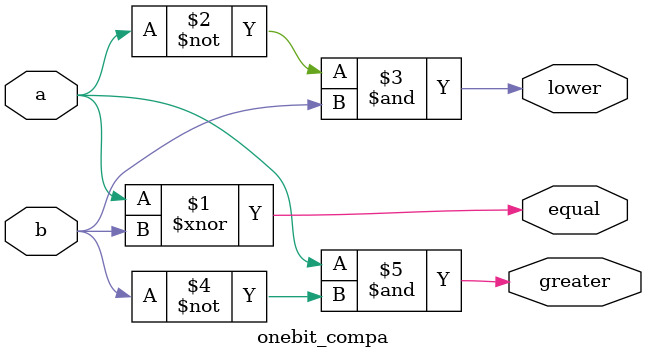
<source format=v>
`timescale 1ns / 1ps


module onebit_compa ( a ,b ,equal ,greater ,lower );
output equal ;
output greater ;
output lower ;
input a ;
input b ;
assign equal = a ~^ b;
assign lower = (~a) & b;
assign greater = a & (~b);
endmodule


</source>
